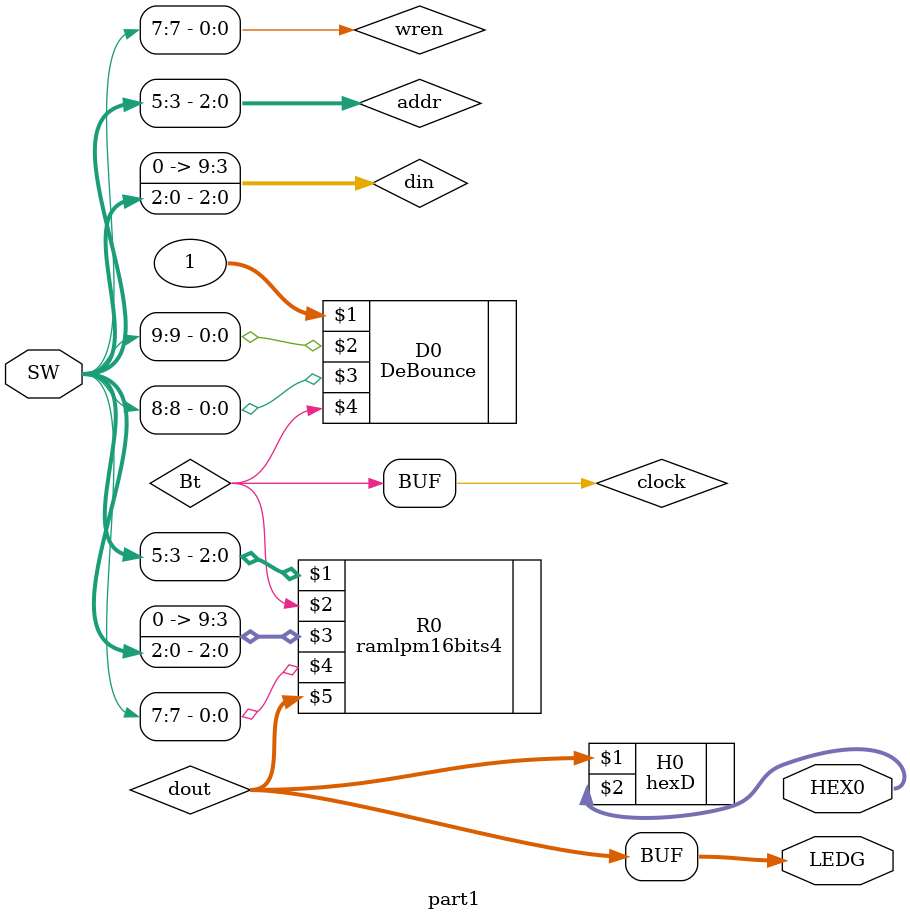
<source format=v>
module part1 (SW, LEDG, HEX0);
  input [9:0] SW;
  output [9:0] LEDG;
  output [0:6] HEX0;
  
  wire [9:0] din, dout;
  wire [2:0] addr;
  wire wren, clock;

  wire Bt;
  
  DeBounce D0(1, SW[9], SW[8], Bt);
  
  assign addr = SW[6:3];
  assign clock = Bt;
  assign din = SW[2:0];
  assign wren = SW[7];  
  assign LEDG = dout;

  ramlpm16bits4 R0 (addr, clock, din, wren, dout);
  
  hexD H0(dout, HEX0);

endmodule

</source>
